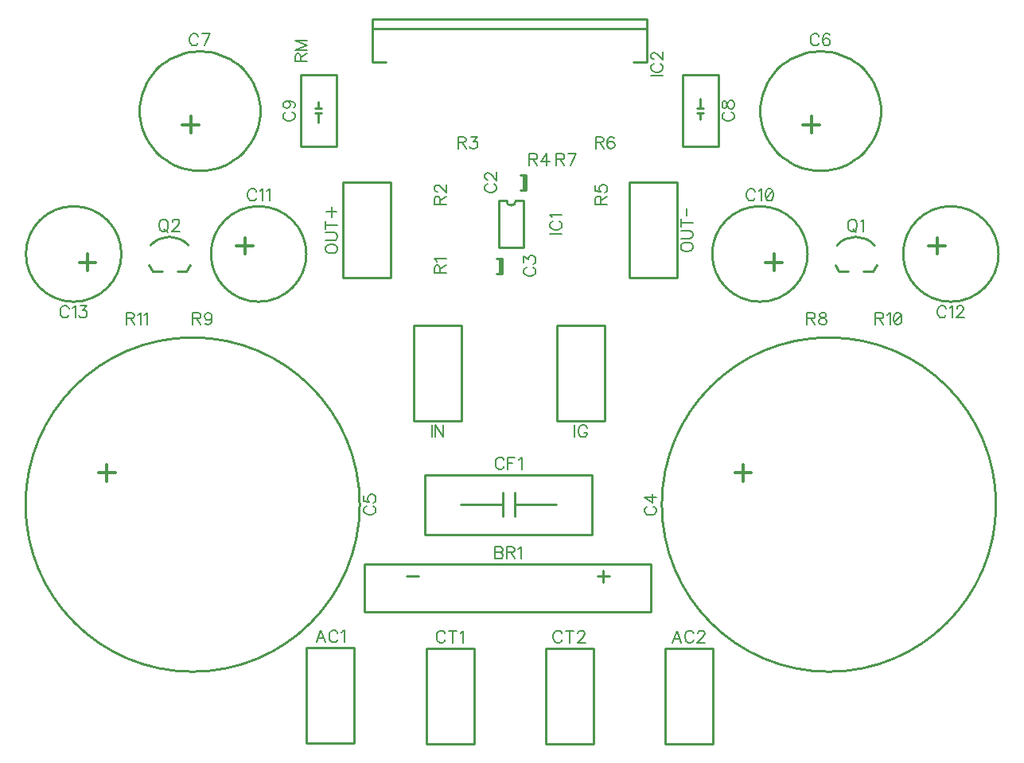
<source format=gbr>
G04 DipTrace 2.3.1.0*
%INTopSilk.gbr*%
%MOIN*%
%ADD10C,0.0098*%
%ADD78C,0.0077*%
%ADD80C,0.0124*%
%FSLAX44Y44*%
G04*
G70*
G90*
G75*
G01*
%LNTopSilk*%
%LPD*%
X15921Y4437D2*
D10*
X17921D1*
Y8437D1*
X15921D1*
Y4437D1*
X30937Y4421D2*
X32937D1*
Y8421D1*
X30937D1*
Y4421D1*
X18366Y11937D2*
X30366D1*
Y9937D1*
X18366D1*
Y11937D1*
X28116Y11437D2*
X28617D1*
X28366Y11687D2*
Y11187D1*
X20116Y11437D2*
X20616D1*
X25031Y28252D2*
Y27622D1*
X25106Y28252D2*
Y27622D1*
Y28252D2*
X24870D1*
X25106Y27622D2*
X24870D1*
X24031Y24752D2*
Y24122D1*
X24106Y24752D2*
Y24122D1*
Y24752D2*
X23870D1*
X24106Y24122D2*
X23870D1*
X30812Y14437D2*
G02X30812Y14437I7000J0D01*
G01*
X4156D2*
G02X4156Y14437I7000J0D01*
G01*
X34921Y30937D2*
X34927Y31111D1*
X34946Y31285D1*
X34977Y31457D1*
X35019Y31626D1*
X35074Y31792D1*
X35140Y31954D1*
X35218Y32111D1*
X35306Y32262D1*
X35405Y32406D1*
X35513Y32544D1*
X35632Y32674D1*
X35759Y32795D1*
X35894Y32907D1*
X36037Y33010D1*
X36187Y33102D1*
X36343Y33184D1*
X36504Y33255D1*
X36670Y33315D1*
X36840Y33363D1*
X37013Y33399D1*
X37188Y33423D1*
X37364Y33435D1*
X37541D1*
X37717Y33423D1*
X37892Y33399D1*
X38065Y33363D1*
X38235Y33315D1*
X38401Y33255D1*
X38562Y33184D1*
X38718Y33102D1*
X38868Y33010D1*
X39011Y32907D1*
X39146Y32795D1*
X39273Y32674D1*
X39391Y32544D1*
X39500Y32406D1*
X39599Y32262D1*
X39687Y32111D1*
X39765Y31954D1*
X39831Y31792D1*
X39886Y31626D1*
X39928Y31457D1*
X39959Y31285D1*
X39977Y31111D1*
X39984Y30937D1*
X39977Y30763D1*
X39959Y30589D1*
X39928Y30417D1*
X39886Y30248D1*
X39831Y30082D1*
X39765Y29920D1*
X39687Y29763D1*
X39599Y29612D1*
X39500Y29468D1*
X39391Y29330D1*
X39273Y29200D1*
X39146Y29079D1*
X39011Y28967D1*
X38868Y28864D1*
X38718Y28772D1*
X38562Y28690D1*
X38401Y28619D1*
X38235Y28559D1*
X38065Y28511D1*
X37892Y28475D1*
X37717Y28451D1*
X37541Y28439D1*
X37364D1*
X37188Y28451D1*
X37013Y28475D1*
X36840Y28511D1*
X36670Y28559D1*
X36504Y28619D1*
X36343Y28690D1*
X36187Y28772D1*
X36037Y28864D1*
X35894Y28967D1*
X35759Y29079D1*
X35632Y29200D1*
X35513Y29330D1*
X35405Y29468D1*
X35306Y29612D1*
X35218Y29763D1*
X35140Y29920D1*
X35074Y30082D1*
X35019Y30248D1*
X34977Y30417D1*
X34946Y30589D1*
X34927Y30763D1*
X34921Y30937D1*
X8921D2*
X8927Y31111D1*
X8946Y31285D1*
X8977Y31457D1*
X9019Y31626D1*
X9074Y31792D1*
X9140Y31954D1*
X9218Y32111D1*
X9306Y32262D1*
X9405Y32406D1*
X9513Y32544D1*
X9632Y32674D1*
X9759Y32795D1*
X9894Y32907D1*
X10037Y33010D1*
X10187Y33102D1*
X10343Y33184D1*
X10504Y33255D1*
X10670Y33315D1*
X10840Y33363D1*
X11013Y33399D1*
X11188Y33423D1*
X11364Y33435D1*
X11541D1*
X11717Y33423D1*
X11892Y33399D1*
X12065Y33363D1*
X12235Y33315D1*
X12401Y33255D1*
X12562Y33184D1*
X12718Y33102D1*
X12868Y33010D1*
X13011Y32907D1*
X13146Y32795D1*
X13273Y32674D1*
X13391Y32544D1*
X13500Y32406D1*
X13599Y32262D1*
X13687Y32111D1*
X13765Y31954D1*
X13831Y31792D1*
X13886Y31626D1*
X13928Y31457D1*
X13959Y31285D1*
X13977Y31111D1*
X13984Y30937D1*
X13977Y30763D1*
X13959Y30589D1*
X13928Y30417D1*
X13886Y30248D1*
X13831Y30082D1*
X13765Y29920D1*
X13687Y29763D1*
X13599Y29612D1*
X13500Y29468D1*
X13391Y29330D1*
X13273Y29200D1*
X13146Y29079D1*
X13011Y28967D1*
X12868Y28864D1*
X12718Y28772D1*
X12562Y28690D1*
X12401Y28619D1*
X12235Y28559D1*
X12065Y28511D1*
X11892Y28475D1*
X11717Y28451D1*
X11541Y28439D1*
X11364D1*
X11188Y28451D1*
X11013Y28475D1*
X10840Y28511D1*
X10670Y28559D1*
X10504Y28619D1*
X10343Y28690D1*
X10187Y28772D1*
X10037Y28864D1*
X9894Y28967D1*
X9759Y29079D1*
X9632Y29200D1*
X9513Y29330D1*
X9405Y29468D1*
X9306Y29612D1*
X9218Y29763D1*
X9140Y29920D1*
X9074Y30082D1*
X9019Y30248D1*
X8977Y30417D1*
X8946Y30589D1*
X8927Y30763D1*
X8921Y30937D1*
X31671Y29437D2*
X33171D1*
Y32437D1*
X31671D1*
Y29437D1*
X32290Y30843D2*
X32553D1*
X32290Y31031D2*
X32553D1*
X32421D2*
Y31437D1*
Y30812D2*
Y30562D1*
X17171Y32437D2*
X15671D1*
Y29437D1*
X17171D1*
Y32437D1*
X16553Y31031D2*
X16290D1*
X16553Y30843D2*
X16290D1*
X16421D2*
Y30437D1*
Y31062D2*
Y31312D1*
X32921Y24937D2*
G02X32921Y24937I2000J0D01*
G01*
X11921D2*
G02X11921Y24937I2000J0D01*
G01*
X40921D2*
G02X40921Y24937I2000J0D01*
G01*
X4171D2*
G02X4171Y24937I2000J0D01*
G01*
X20890Y15687D2*
X27890D1*
Y13187D1*
X20890D1*
Y15687D1*
X24140Y14937D2*
Y13937D1*
X24640Y14937D2*
Y13937D1*
Y14437D2*
X26390D1*
X24140D2*
X22390D1*
X20937Y4421D2*
X22937D1*
Y8421D1*
X20937D1*
Y4421D1*
X25937D2*
X27937D1*
Y8421D1*
X25937D1*
Y4421D1*
X23988Y27171D2*
Y25203D1*
X25012Y27171D2*
Y25203D1*
X23988D2*
X25012D1*
X24303Y27171D2*
X23988D1*
X24697D2*
X25012D1*
X24303D2*
G03X24697Y27171I197J0D01*
G01*
X18689Y34768D2*
X30185D1*
X18689Y32992D2*
X19240D1*
X29634D2*
X30185D1*
X18689D2*
Y34768D1*
Y34389D2*
X30185D1*
Y32992D2*
Y34768D1*
X26421Y17937D2*
X28421D1*
Y21937D1*
X26421D1*
Y17937D1*
X20421D2*
X22421D1*
Y21937D1*
X20421D1*
Y17937D1*
X17453Y23937D2*
X19453D1*
Y27937D1*
X17453D1*
Y23937D1*
X29437D2*
X31437D1*
Y27937D1*
X29437D1*
Y23937D1*
X39252Y24201D2*
X39645D1*
X38622D2*
X38228D1*
X39645D2*
X39803Y24476D1*
X38228Y24201D2*
X38071Y24476D1*
X39724Y25303D2*
G03X38149Y25303I-787J-698D01*
G01*
X10502Y24201D2*
X10895D1*
X9872D2*
X9478D1*
X10895D2*
X11053Y24476D1*
X9478Y24201D2*
X9321Y24476D1*
X10974Y25303D2*
G03X9399Y25303I-787J-698D01*
G01*
X16719Y8667D2*
D78*
X16527Y9169D1*
X16336Y8667D1*
X16408Y8834D2*
X16647D1*
X17232Y9050D2*
X17208Y9097D1*
X17160Y9145D1*
X17113Y9169D1*
X17017D1*
X16969Y9145D1*
X16922Y9097D1*
X16897Y9050D1*
X16873Y8978D1*
Y8858D1*
X16897Y8787D1*
X16922Y8739D1*
X16969Y8691D1*
X17017Y8667D1*
X17113D1*
X17160Y8691D1*
X17208Y8739D1*
X17232Y8787D1*
X17387Y9073D2*
X17435Y9097D1*
X17506Y9169D1*
Y8667D1*
X31627Y8651D2*
X31436Y9153D1*
X31244Y8651D1*
X31316Y8819D2*
X31555D1*
X32140Y9034D2*
X32117Y9082D1*
X32069Y9130D1*
X32021Y9153D1*
X31925D1*
X31877Y9130D1*
X31830Y9082D1*
X31805Y9034D1*
X31782Y8962D1*
Y8842D1*
X31805Y8771D1*
X31830Y8723D1*
X31877Y8675D1*
X31925Y8651D1*
X32021D1*
X32069Y8675D1*
X32117Y8723D1*
X32140Y8771D1*
X32319Y9034D2*
Y9057D1*
X32343Y9105D1*
X32367Y9129D1*
X32415Y9153D1*
X32510D1*
X32558Y9129D1*
X32582Y9105D1*
X32606Y9057D1*
Y9010D1*
X32582Y8962D1*
X32534Y8890D1*
X32295Y8651D1*
X32630D1*
X23817Y12669D2*
Y12167D1*
X24032D1*
X24104Y12191D1*
X24128Y12215D1*
X24152Y12262D1*
Y12334D1*
X24128Y12382D1*
X24104Y12406D1*
X24032Y12430D1*
X24104Y12454D1*
X24128Y12478D1*
X24152Y12526D1*
Y12574D1*
X24128Y12621D1*
X24104Y12645D1*
X24032Y12669D1*
X23817D1*
Y12430D2*
X24032D1*
X24306D2*
X24521D1*
X24593Y12454D1*
X24617Y12478D1*
X24641Y12526D1*
Y12574D1*
X24617Y12621D1*
X24593Y12645D1*
X24521Y12669D1*
X24306D1*
Y12167D1*
X24474Y12430D2*
X24641Y12167D1*
X24796Y12573D2*
X24844Y12597D1*
X24915Y12669D1*
Y12167D1*
X23509Y27872D2*
X23462Y27848D1*
X23414Y27800D1*
X23390Y27752D1*
Y27657D1*
X23414Y27609D1*
X23462Y27561D1*
X23509Y27537D1*
X23581Y27513D1*
X23701D1*
X23772Y27537D1*
X23820Y27561D1*
X23868Y27609D1*
X23892Y27657D1*
Y27752D1*
X23868Y27800D1*
X23820Y27848D1*
X23772Y27872D1*
X23510Y28050D2*
X23486D1*
X23438Y28074D1*
X23414Y28098D1*
X23390Y28146D1*
Y28242D1*
X23414Y28289D1*
X23438Y28313D1*
X23486Y28337D1*
X23534D1*
X23582Y28313D1*
X23653Y28265D1*
X23892Y28026D1*
Y28361D1*
X25143Y24372D2*
X25096Y24348D1*
X25048Y24300D1*
X25024Y24252D1*
Y24157D1*
X25048Y24109D1*
X25096Y24061D1*
X25143Y24037D1*
X25215Y24013D1*
X25335D1*
X25406Y24037D1*
X25454Y24061D1*
X25502Y24109D1*
X25526Y24157D1*
Y24252D1*
X25502Y24300D1*
X25454Y24348D1*
X25406Y24372D1*
X25024Y24574D2*
Y24837D1*
X25216Y24694D1*
Y24765D1*
X25239Y24813D1*
X25263Y24837D1*
X25335Y24861D1*
X25383D1*
X25454Y24837D1*
X25503Y24789D1*
X25526Y24717D1*
Y24645D1*
X25503Y24574D1*
X25478Y24550D1*
X25431Y24526D1*
X30199Y14360D2*
X30152Y14336D1*
X30104Y14288D1*
X30080Y14240D1*
Y14145D1*
X30104Y14097D1*
X30152Y14049D1*
X30199Y14025D1*
X30271Y14001D1*
X30391D1*
X30462Y14025D1*
X30510Y14049D1*
X30558Y14097D1*
X30582Y14145D1*
Y14240D1*
X30558Y14288D1*
X30510Y14336D1*
X30462Y14360D1*
X30582Y14754D2*
X30080D1*
X30415Y14514D1*
Y14873D1*
X18444Y14372D2*
X18397Y14348D1*
X18349Y14300D1*
X18325Y14252D1*
Y14157D1*
X18349Y14109D1*
X18397Y14061D1*
X18444Y14037D1*
X18516Y14013D1*
X18636D1*
X18708Y14037D1*
X18756Y14061D1*
X18803Y14109D1*
X18828Y14157D1*
Y14252D1*
X18803Y14300D1*
X18756Y14348D1*
X18708Y14372D1*
X18326Y14813D2*
Y14574D1*
X18541Y14550D1*
X18517Y14574D1*
X18493Y14646D1*
Y14717D1*
X18517Y14789D1*
X18564Y14837D1*
X18636Y14861D1*
X18684D1*
X18756Y14837D1*
X18804Y14789D1*
X18828Y14717D1*
Y14646D1*
X18804Y14574D1*
X18779Y14550D1*
X18732Y14526D1*
X37399Y34050D2*
X37376Y34097D1*
X37327Y34145D1*
X37280Y34169D1*
X37184D1*
X37136Y34145D1*
X37089Y34097D1*
X37064Y34050D1*
X37041Y33978D1*
Y33858D1*
X37064Y33787D1*
X37089Y33739D1*
X37136Y33691D1*
X37184Y33667D1*
X37280D1*
X37327Y33691D1*
X37376Y33739D1*
X37399Y33787D1*
X37841Y34097D2*
X37817Y34145D1*
X37745Y34169D1*
X37697D1*
X37626Y34145D1*
X37577Y34073D1*
X37554Y33954D1*
Y33834D1*
X37577Y33739D1*
X37626Y33691D1*
X37697Y33667D1*
X37721D1*
X37792Y33691D1*
X37841Y33739D1*
X37864Y33811D1*
Y33834D1*
X37841Y33906D1*
X37792Y33954D1*
X37721Y33977D1*
X37697D1*
X37626Y33954D1*
X37577Y33906D1*
X37554Y33834D1*
X11387Y34050D2*
X11363Y34097D1*
X11315Y34145D1*
X11268Y34169D1*
X11172D1*
X11124Y34145D1*
X11077Y34097D1*
X11052Y34050D1*
X11028Y33978D1*
Y33858D1*
X11052Y33787D1*
X11077Y33739D1*
X11124Y33691D1*
X11172Y33667D1*
X11268D1*
X11315Y33691D1*
X11363Y33739D1*
X11387Y33787D1*
X11637Y33667D2*
X11876Y34169D1*
X11542D1*
X33460Y30872D2*
X33413Y30848D1*
X33365Y30800D1*
X33341Y30753D1*
Y30657D1*
X33365Y30609D1*
X33413Y30561D1*
X33460Y30537D1*
X33532Y30513D1*
X33652D1*
X33723Y30537D1*
X33771Y30561D1*
X33819Y30609D1*
X33843Y30657D1*
Y30753D1*
X33819Y30800D1*
X33771Y30848D1*
X33723Y30872D1*
X33341Y31146D2*
X33365Y31074D1*
X33413Y31050D1*
X33461D1*
X33508Y31074D1*
X33533Y31122D1*
X33556Y31218D1*
X33580Y31289D1*
X33628Y31337D1*
X33676Y31361D1*
X33748D1*
X33795Y31337D1*
X33819Y31313D1*
X33843Y31241D1*
Y31146D1*
X33819Y31074D1*
X33795Y31050D1*
X33748Y31026D1*
X33676D1*
X33628Y31050D1*
X33580Y31098D1*
X33556Y31170D1*
X33533Y31265D1*
X33508Y31313D1*
X33461Y31337D1*
X33413D1*
X33365Y31313D1*
X33341Y31241D1*
Y31146D1*
X15058Y30884D2*
X15011Y30860D1*
X14963Y30812D1*
X14939Y30764D1*
Y30669D1*
X14963Y30620D1*
X15011Y30573D1*
X15058Y30549D1*
X15130Y30525D1*
X15250D1*
X15321Y30549D1*
X15370Y30573D1*
X15417Y30620D1*
X15441Y30669D1*
Y30764D1*
X15417Y30812D1*
X15370Y30860D1*
X15321Y30884D1*
X15106Y31349D2*
X15178Y31325D1*
X15226Y31277D1*
X15250Y31205D1*
Y31182D1*
X15226Y31110D1*
X15178Y31062D1*
X15106Y31038D1*
X15083D1*
X15011Y31062D1*
X14963Y31110D1*
X14940Y31182D1*
Y31205D1*
X14963Y31277D1*
X15011Y31325D1*
X15106Y31349D1*
X15226D1*
X15346Y31325D1*
X15418Y31277D1*
X15441Y31205D1*
Y31158D1*
X15418Y31086D1*
X15370Y31062D1*
X34719Y27550D2*
X34695Y27597D1*
X34647Y27645D1*
X34599Y27669D1*
X34504D1*
X34456Y27645D1*
X34408Y27597D1*
X34384Y27550D1*
X34360Y27478D1*
Y27358D1*
X34384Y27287D1*
X34408Y27239D1*
X34456Y27191D1*
X34504Y27167D1*
X34599D1*
X34647Y27191D1*
X34695Y27239D1*
X34719Y27287D1*
X34873Y27573D2*
X34921Y27597D1*
X34993Y27669D1*
Y27167D1*
X35291Y27669D2*
X35219Y27645D1*
X35171Y27573D1*
X35148Y27454D1*
Y27382D1*
X35171Y27262D1*
X35219Y27191D1*
X35291Y27167D1*
X35339D1*
X35411Y27191D1*
X35458Y27262D1*
X35482Y27382D1*
Y27454D1*
X35458Y27573D1*
X35411Y27645D1*
X35339Y27669D1*
X35291D1*
X35458Y27573D2*
X35171Y27262D1*
X13826Y27550D2*
X13803Y27597D1*
X13754Y27645D1*
X13707Y27669D1*
X13611D1*
X13563Y27645D1*
X13516Y27597D1*
X13491Y27550D1*
X13468Y27478D1*
Y27358D1*
X13491Y27287D1*
X13516Y27239D1*
X13563Y27191D1*
X13611Y27167D1*
X13707D1*
X13754Y27191D1*
X13803Y27239D1*
X13826Y27287D1*
X13981Y27573D2*
X14029Y27597D1*
X14101Y27669D1*
Y27167D1*
X14255Y27573D2*
X14303Y27597D1*
X14375Y27669D1*
Y27167D1*
X42719Y22648D2*
X42695Y22696D1*
X42647Y22744D1*
X42599Y22767D1*
X42504D1*
X42456Y22744D1*
X42408Y22696D1*
X42384Y22648D1*
X42360Y22576D1*
Y22456D1*
X42384Y22385D1*
X42408Y22337D1*
X42456Y22289D1*
X42504Y22265D1*
X42599D1*
X42647Y22289D1*
X42695Y22337D1*
X42719Y22385D1*
X42873Y22671D2*
X42921Y22696D1*
X42993Y22767D1*
Y22265D1*
X43172Y22647D2*
Y22671D1*
X43196Y22719D1*
X43219Y22743D1*
X43267Y22767D1*
X43363D1*
X43411Y22743D1*
X43434Y22719D1*
X43459Y22671D1*
Y22624D1*
X43434Y22576D1*
X43387Y22504D1*
X43148Y22265D1*
X43482D1*
X5969Y22648D2*
X5945Y22696D1*
X5897Y22744D1*
X5849Y22767D1*
X5754D1*
X5706Y22744D1*
X5658Y22696D1*
X5634Y22648D1*
X5610Y22576D1*
Y22456D1*
X5634Y22385D1*
X5658Y22337D1*
X5706Y22289D1*
X5754Y22265D1*
X5849D1*
X5897Y22289D1*
X5945Y22337D1*
X5969Y22385D1*
X6123Y22671D2*
X6171Y22696D1*
X6243Y22767D1*
Y22265D1*
X6446Y22767D2*
X6708D1*
X6565Y22576D1*
X6637D1*
X6684Y22552D1*
X6708Y22528D1*
X6732Y22456D1*
Y22409D1*
X6708Y22337D1*
X6661Y22289D1*
X6589Y22265D1*
X6517D1*
X6446Y22289D1*
X6422Y22313D1*
X6398Y22361D1*
X24199Y16300D2*
X24175Y16347D1*
X24127Y16395D1*
X24080Y16419D1*
X23984D1*
X23936Y16395D1*
X23889Y16347D1*
X23864Y16300D1*
X23840Y16228D1*
Y16108D1*
X23864Y16037D1*
X23889Y15989D1*
X23936Y15941D1*
X23984Y15917D1*
X24080D1*
X24127Y15941D1*
X24175Y15989D1*
X24199Y16037D1*
X24665Y16419D2*
X24354D1*
Y15917D1*
Y16180D2*
X24545D1*
X24819Y16323D2*
X24867Y16347D1*
X24939Y16419D1*
Y15917D1*
X21735Y9034D2*
X21711Y9082D1*
X21663Y9130D1*
X21615Y9153D1*
X21520D1*
X21471Y9130D1*
X21424Y9082D1*
X21400Y9034D1*
X21376Y8962D1*
Y8842D1*
X21400Y8771D1*
X21424Y8723D1*
X21471Y8675D1*
X21520Y8651D1*
X21615D1*
X21663Y8675D1*
X21711Y8723D1*
X21735Y8771D1*
X22056Y9153D2*
Y8651D1*
X21889Y9153D2*
X22224D1*
X22378Y9057D2*
X22426Y9082D1*
X22498Y9153D1*
Y8651D1*
X26627Y9034D2*
X26603Y9082D1*
X26555Y9130D1*
X26508Y9153D1*
X26412D1*
X26364Y9130D1*
X26316Y9082D1*
X26292Y9034D1*
X26268Y8962D1*
Y8842D1*
X26292Y8771D1*
X26316Y8723D1*
X26364Y8675D1*
X26412Y8651D1*
X26508D1*
X26555Y8675D1*
X26603Y8723D1*
X26627Y8771D1*
X26949Y9153D2*
Y8651D1*
X26781Y9153D2*
X27116D1*
X27295Y9034D2*
Y9057D1*
X27319Y9105D1*
X27343Y9129D1*
X27391Y9153D1*
X27486D1*
X27534Y9129D1*
X27558Y9105D1*
X27582Y9057D1*
Y9010D1*
X27558Y8962D1*
X27510Y8890D1*
X27271Y8651D1*
X27606D1*
X26126Y25793D2*
X26629D1*
X26246Y26306D2*
X26198Y26283D1*
X26150Y26235D1*
X26126Y26187D1*
Y26091D1*
X26150Y26043D1*
X26198Y25996D1*
X26246Y25971D1*
X26318Y25948D1*
X26437D1*
X26509Y25971D1*
X26557Y25996D1*
X26604Y26043D1*
X26629Y26091D1*
Y26187D1*
X26604Y26235D1*
X26557Y26283D1*
X26509Y26306D1*
X26222Y26461D2*
X26198Y26509D1*
X26127Y26581D1*
X26629D1*
X30355Y32403D2*
X30857D1*
X30474Y32916D2*
X30426Y32892D1*
X30378Y32844D1*
X30355Y32797D1*
Y32701D1*
X30378Y32653D1*
X30426Y32606D1*
X30474Y32581D1*
X30546Y32558D1*
X30666D1*
X30737Y32581D1*
X30785Y32606D1*
X30833Y32653D1*
X30857Y32701D1*
Y32797D1*
X30833Y32844D1*
X30785Y32892D1*
X30737Y32916D1*
X30475Y33095D2*
X30451D1*
X30403Y33119D1*
X30379Y33142D1*
X30355Y33191D1*
Y33286D1*
X30379Y33334D1*
X30403Y33357D1*
X30451Y33382D1*
X30498D1*
X30546Y33357D1*
X30618Y33310D1*
X30857Y33071D1*
Y33406D1*
X27165Y17767D2*
Y17265D1*
X27678Y17648D2*
X27654Y17696D1*
X27606Y17744D1*
X27558Y17767D1*
X27463D1*
X27415Y17744D1*
X27367Y17696D1*
X27343Y17648D1*
X27319Y17576D1*
Y17456D1*
X27343Y17385D1*
X27367Y17337D1*
X27415Y17289D1*
X27463Y17265D1*
X27558D1*
X27606Y17289D1*
X27654Y17337D1*
X27678Y17385D1*
Y17456D1*
X27558D1*
X21177Y17767D2*
Y17265D1*
X21666Y17767D2*
Y17265D1*
X21331Y17767D1*
Y17265D1*
X16721Y25108D2*
X16744Y25060D1*
X16792Y25012D1*
X16840Y24988D1*
X16912Y24964D1*
X17032D1*
X17103Y24988D1*
X17151Y25012D1*
X17199Y25060D1*
X17223Y25108D1*
Y25203D1*
X17199Y25251D1*
X17151Y25299D1*
X17103Y25323D1*
X17032Y25346D1*
X16912D1*
X16840Y25323D1*
X16792Y25299D1*
X16744Y25251D1*
X16721Y25203D1*
Y25108D1*
Y25501D2*
X17079D1*
X17151Y25525D1*
X17199Y25573D1*
X17223Y25645D1*
Y25692D1*
X17199Y25764D1*
X17151Y25812D1*
X17079Y25836D1*
X16721D1*
Y26158D2*
X17223D1*
X16721Y25990D2*
Y26325D1*
X16757Y26694D2*
X17187D1*
X16972Y26479D2*
Y26910D1*
X31607Y25185D2*
X31630Y25137D1*
X31678Y25089D1*
X31726Y25065D1*
X31798Y25041D1*
X31918D1*
X31989Y25065D1*
X32037Y25089D1*
X32085Y25137D1*
X32109Y25185D1*
Y25280D1*
X32085Y25328D1*
X32037Y25376D1*
X31989Y25400D1*
X31918Y25424D1*
X31798D1*
X31726Y25400D1*
X31678Y25376D1*
X31630Y25328D1*
X31607Y25280D1*
Y25185D1*
Y25578D2*
X31965D1*
X32037Y25602D1*
X32085Y25650D1*
X32109Y25722D1*
Y25769D1*
X32085Y25841D1*
X32037Y25889D1*
X31965Y25913D1*
X31607D1*
Y26235D2*
X32109D1*
X31607Y26067D2*
Y26402D1*
X31858Y26557D2*
Y26833D1*
X38749Y26390D2*
X38702Y26367D1*
X38653Y26318D1*
X38630Y26270D1*
X38605Y26198D1*
Y26079D1*
X38630Y26007D1*
X38653Y25960D1*
X38702Y25912D1*
X38749Y25888D1*
X38845D1*
X38893Y25912D1*
X38940Y25960D1*
X38964Y26007D1*
X38988Y26079D1*
Y26198D1*
X38964Y26270D1*
X38940Y26318D1*
X38893Y26367D1*
X38845Y26390D1*
X38749D1*
X38821Y25983D2*
X38964Y25840D1*
X39143Y26294D2*
X39191Y26318D1*
X39263Y26389D1*
Y25887D1*
X9892Y26390D2*
X9844Y26367D1*
X9796Y26318D1*
X9772Y26270D1*
X9748Y26198D1*
Y26079D1*
X9772Y26007D1*
X9796Y25960D1*
X9844Y25912D1*
X9892Y25888D1*
X9987D1*
X10035Y25912D1*
X10083Y25960D1*
X10107Y26007D1*
X10131Y26079D1*
Y26198D1*
X10107Y26270D1*
X10083Y26318D1*
X10035Y26367D1*
X9987Y26390D1*
X9892D1*
X9963Y25983D2*
X10107Y25840D1*
X10310Y26270D2*
Y26294D1*
X10333Y26342D1*
X10357Y26365D1*
X10405Y26389D1*
X10501D1*
X10548Y26365D1*
X10572Y26342D1*
X10596Y26294D1*
Y26246D1*
X10572Y26198D1*
X10525Y26127D1*
X10285Y25887D1*
X10620D1*
X21523Y24132D2*
Y24347D1*
X21499Y24419D1*
X21475Y24444D1*
X21427Y24467D1*
X21379D1*
X21332Y24444D1*
X21307Y24419D1*
X21284Y24347D1*
Y24132D1*
X21786D1*
X21523Y24300D2*
X21786Y24467D1*
X21380Y24622D2*
X21355Y24670D1*
X21284Y24742D1*
X21786D1*
X21523Y27025D2*
Y27240D1*
X21499Y27312D1*
X21475Y27336D1*
X21427Y27360D1*
X21379D1*
X21332Y27336D1*
X21307Y27312D1*
X21284Y27240D1*
Y27025D1*
X21786D1*
X21523Y27192D2*
X21786Y27360D1*
X21403Y27539D2*
X21380D1*
X21332Y27562D1*
X21308Y27586D1*
X21284Y27634D1*
Y27730D1*
X21308Y27777D1*
X21332Y27801D1*
X21380Y27825D1*
X21427D1*
X21475Y27801D1*
X21547Y27754D1*
X21786Y27514D1*
Y27849D1*
X22275Y29608D2*
X22490D1*
X22562Y29632D1*
X22586Y29656D1*
X22610Y29703D1*
Y29752D1*
X22586Y29799D1*
X22562Y29823D1*
X22490Y29847D1*
X22275D1*
Y29345D1*
X22442Y29608D2*
X22610Y29345D1*
X22812Y29847D2*
X23075D1*
X22932Y29655D1*
X23004D1*
X23051Y29632D1*
X23075Y29608D1*
X23099Y29536D1*
Y29488D1*
X23075Y29417D1*
X23027Y29369D1*
X22955Y29345D1*
X22884D1*
X22812Y29369D1*
X22789Y29393D1*
X22764Y29440D1*
X25263Y28898D2*
X25478D1*
X25550Y28923D1*
X25574Y28946D1*
X25598Y28994D1*
Y29042D1*
X25574Y29089D1*
X25550Y29114D1*
X25478Y29138D1*
X25263D1*
Y28635D1*
X25430Y28898D2*
X25598Y28635D1*
X25992D2*
Y29137D1*
X25752Y28803D1*
X26111D1*
X28265Y27025D2*
Y27240D1*
X28241Y27312D1*
X28217Y27336D1*
X28170Y27360D1*
X28122D1*
X28074Y27336D1*
X28050Y27312D1*
X28026Y27240D1*
Y27025D1*
X28528D1*
X28265Y27192D2*
X28528Y27360D1*
X28026Y27801D2*
Y27562D1*
X28241Y27539D1*
X28218Y27562D1*
X28193Y27634D1*
Y27705D1*
X28218Y27777D1*
X28265Y27825D1*
X28337Y27849D1*
X28385D1*
X28456Y27825D1*
X28505Y27777D1*
X28528Y27705D1*
Y27634D1*
X28505Y27562D1*
X28480Y27539D1*
X28433Y27514D1*
X28037Y29608D2*
X28252D1*
X28324Y29632D1*
X28348Y29656D1*
X28372Y29703D1*
Y29752D1*
X28348Y29799D1*
X28324Y29823D1*
X28252Y29847D1*
X28037D1*
Y29345D1*
X28205Y29608D2*
X28372Y29345D1*
X28813Y29775D2*
X28789Y29823D1*
X28718Y29847D1*
X28670D1*
X28598Y29823D1*
X28550Y29751D1*
X28526Y29632D1*
Y29512D1*
X28550Y29417D1*
X28598Y29369D1*
X28670Y29345D1*
X28694D1*
X28765Y29369D1*
X28813Y29417D1*
X28837Y29488D1*
Y29512D1*
X28813Y29584D1*
X28765Y29632D1*
X28694Y29655D1*
X28670D1*
X28598Y29632D1*
X28550Y29584D1*
X28526Y29512D1*
X26400Y28898D2*
X26615D1*
X26687Y28923D1*
X26711Y28946D1*
X26735Y28994D1*
Y29042D1*
X26711Y29089D1*
X26687Y29114D1*
X26615Y29138D1*
X26400D1*
Y28635D1*
X26567Y28898D2*
X26735Y28635D1*
X26985D2*
X27224Y29137D1*
X26889D1*
X36899Y22233D2*
X37114D1*
X37186Y22257D1*
X37210Y22281D1*
X37234Y22328D1*
Y22377D1*
X37210Y22424D1*
X37186Y22448D1*
X37114Y22472D1*
X36899D1*
Y21970D1*
X37067Y22233D2*
X37234Y21970D1*
X37508Y22472D2*
X37437Y22448D1*
X37412Y22400D1*
Y22352D1*
X37437Y22305D1*
X37484Y22280D1*
X37580Y22257D1*
X37652Y22233D1*
X37699Y22185D1*
X37723Y22137D1*
Y22065D1*
X37699Y22018D1*
X37675Y21994D1*
X37603Y21970D1*
X37508D1*
X37437Y21994D1*
X37412Y22018D1*
X37388Y22065D1*
Y22137D1*
X37412Y22185D1*
X37460Y22233D1*
X37532Y22257D1*
X37627Y22280D1*
X37675Y22305D1*
X37699Y22352D1*
Y22400D1*
X37675Y22448D1*
X37603Y22472D1*
X37508D1*
X11161Y22233D2*
X11376D1*
X11448Y22257D1*
X11472Y22281D1*
X11496Y22328D1*
Y22377D1*
X11472Y22424D1*
X11448Y22448D1*
X11376Y22472D1*
X11161D1*
Y21970D1*
X11328Y22233D2*
X11496Y21970D1*
X11961Y22305D2*
X11937Y22233D1*
X11889Y22185D1*
X11818Y22161D1*
X11794D1*
X11722Y22185D1*
X11674Y22233D1*
X11650Y22305D1*
Y22328D1*
X11674Y22400D1*
X11722Y22448D1*
X11794Y22472D1*
X11818D1*
X11889Y22448D1*
X11937Y22400D1*
X11961Y22305D1*
Y22185D1*
X11937Y22065D1*
X11889Y21994D1*
X11818Y21970D1*
X11770D1*
X11698Y21994D1*
X11674Y22042D1*
X39762Y22233D2*
X39977D1*
X40049Y22257D1*
X40073Y22281D1*
X40097Y22328D1*
Y22377D1*
X40073Y22424D1*
X40049Y22448D1*
X39977Y22472D1*
X39762D1*
Y21970D1*
X39929Y22233D2*
X40097Y21970D1*
X40251Y22376D2*
X40299Y22400D1*
X40371Y22472D1*
Y21970D1*
X40669Y22472D2*
X40597Y22448D1*
X40549Y22376D1*
X40525Y22257D1*
Y22185D1*
X40549Y22065D1*
X40597Y21994D1*
X40669Y21970D1*
X40717D1*
X40788Y21994D1*
X40836Y22065D1*
X40860Y22185D1*
Y22257D1*
X40836Y22376D1*
X40788Y22448D1*
X40717Y22472D1*
X40669D1*
X40836Y22376D2*
X40549Y22065D1*
X8369Y22233D2*
X8584D1*
X8656Y22257D1*
X8680Y22281D1*
X8704Y22328D1*
Y22377D1*
X8680Y22424D1*
X8656Y22448D1*
X8584Y22472D1*
X8369D1*
Y21970D1*
X8537Y22233D2*
X8704Y21970D1*
X8859Y22376D2*
X8907Y22400D1*
X8978Y22472D1*
Y21970D1*
X9133Y22376D2*
X9181Y22400D1*
X9253Y22472D1*
Y21970D1*
X15688Y33001D2*
Y33216D1*
X15664Y33288D1*
X15640Y33312D1*
X15593Y33336D1*
X15544D1*
X15497Y33312D1*
X15473Y33288D1*
X15449Y33216D1*
Y33001D1*
X15951D1*
X15688Y33169D2*
X15951Y33336D1*
Y33873D2*
X15449D1*
X15951Y33682D1*
X15449Y33490D1*
X15951D1*
X34218Y16108D2*
D80*
Y15419D1*
X33874Y15763D2*
X34563D1*
X7561Y16108D2*
Y15419D1*
X7217Y15763D2*
X7906D1*
X37077Y30701D2*
Y30012D1*
X36733Y30356D2*
X37422D1*
X11077Y30701D2*
Y30012D1*
X10733Y30356D2*
X11422D1*
X35157Y24593D2*
X35846D1*
X35502Y24249D2*
Y24938D1*
X13686Y25281D2*
X12997D1*
X13341Y25625D2*
Y24936D1*
X42686Y25281D2*
X41997D1*
X42341Y25625D2*
Y24936D1*
X6407Y24593D2*
X7096D1*
X6752Y24249D2*
Y24938D1*
M02*

</source>
